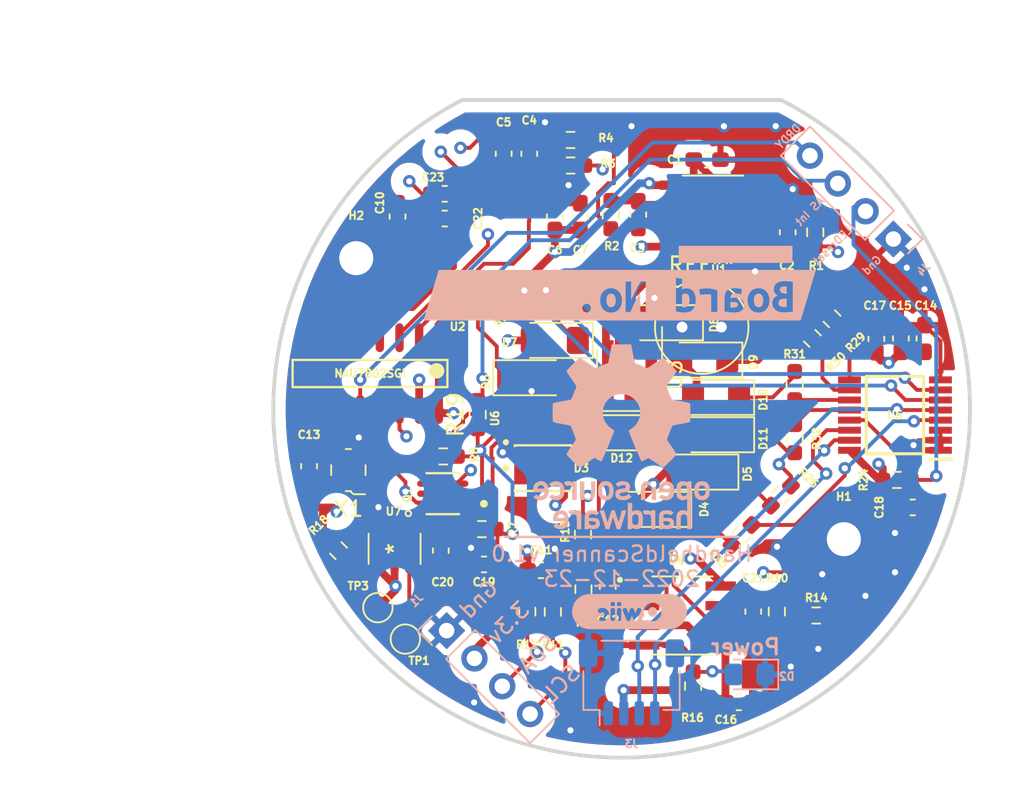
<source format=kicad_pcb>
(kicad_pcb (version 20221018) (generator pcbnew)
  (title_block (title "Scanner Module") (date "2022-12-24") (rev "1.0") (company "PlasticScanner") (comment 1 "By Markus Glavind") (comment 4 "AISLER Project ID: UECHMLGI"))
  (layers (0 "F.Cu" signal) (1 "In1.Cu" signal) (2 "In2.Cu" signal) (31 "B.Cu" signal) (34 "B.Paste" user) (35 "F.Paste" user) (36 "B.SilkS" user "B.Silkscreen") (37 "F.SilkS" user "F.Silkscreen") (38 "B.Mask" user) (39 "F.Mask" user) (44 "Edge.Cuts" user))
  (net 0 "")
  (net 1 "+3V3")
  (net 2 "/InGaS Sensor/Anode")
  (net 3 "Net-(C2-Pad2)")
  (net 4 "/InGaS Sensor/Cathode")
  (net 5 "Net-(C3-Pad2)")
  (net 6 "/ADC/AIN+")
  (net 7 "/ADC/AIN-")
  (net 8 "Net-(D4-Pad1)")
  (net 9 "Net-(D5-Pad1)")
  (net 10 "Net-(D6-Pad1)")
  (net 11 "Net-(D7-Pad1)")
  (net 12 "Net-(D8-Pad1)")
  (net 13 "Net-(D9-Pad1)")
  (net 14 "Net-(D10-Pad1)")
  (net 15 "Net-(D11-Pad1)")
  (net 16 "SDA")
  (net 17 "LED RESET")
  (net 18 "Net-(R25-Pad1)")
  (net 19 "Net-(R26-Pad1)")
  (net 20 "Net-(R27-Pad1)")
  (net 21 "Net-(R28-Pad1)")
  (net 22 "Net-(R29-Pad1)")
  (net 23 "Net-(R30-Pad1)")
  (net 24 "Net-(R31-Pad1)")
  (net 25 "Net-(R32-Pad1)")
  (net 26 "Net-(U2-VBG)")
  (net 27 "SCL")
  (net 28 "Net-(D12-A)")
  (net 29 "Net-(D12-K)")
  (net 30 "Net-(D2-A)")
  (net 31 "+1V8")
  (net 32 "Net-(D3-CATHODE)")
  (net 33 "/Power/LED RESET")
  (net 34 "/MCU + IO/AS7341_INT")
  (net 35 "Net-(C12-Pad2)")
  (net 36 "/ADC/DRDY_INT")
  (net 37 "Net-(C21-Pad2)")
  (net 38 "/ADC/AIN2+")
  (net 39 "/ADC/AIN2-")
  (net 40 "/MCU + IO/SCL_2v")
  (net 41 "/MCU + IO/SDA_2v")
  (net 42 "GND")
  (net 43 "Net-(X1-Tri-State)")
  (net 44 "Net-(U2-XIN)")
  (footprint "LED_SMD:LED_1206_3216Metric_Pad1.42x1.75mm_HandSolder" (layer "F.Cu") (at 92.075 101.727 180)
    (fp_text reference "D8")
    (fp_text value "1460nm")
  )
  (footprint "Capacitor_SMD:C_0603_1608Metric_Pad1.08x0.95mm_HandSolder" (layer "F.Cu") (at 86.614 94.869 -90)
    (fp_text reference "C7")
    (fp_text value "0.1uF")
  )
  (footprint "Capacitor_SMD:C_0603_1608Metric_Pad1.08x0.95mm_HandSolder" (layer "F.Cu") (at 69.088 110.998 90)
    (fp_text reference "C13")
    (fp_text value "0.1uF")
  )
  (footprint "Resistor_SMD:R_0603_1608Metric_Pad0.98x0.95mm_HandSolder" (layer "F.Cu") (at 102.87 101.473 135)
    (fp_text reference "R29")
    (fp_text value "150")
  )
  (footprint "Resistor_SMD:R_0603_1608Metric_Pad0.98x0.95mm_HandSolder" (layer "F.Cu") (at 101.784 95.885 -90)
    (fp_text reference "R1")
    (fp_text value "240k")
  )
  (footprint "Capacitor_SMD:C_0603_1608Metric_Pad1.08x0.95mm_HandSolder" (layer "F.Cu") (at 90.354 94.742 -90)
    (fp_text reference "C3")
    (fp_text value "51pF")
  )
  (footprint "Capacitor_SMD:C_0603_1608Metric_Pad1.08x0.95mm_HandSolder" (layer "F.Cu") (at 81.661 90.805 90)
    (fp_text reference "C5")
    (fp_text value "100pF")
  )
  (footprint "BSS138DW-7-F-A:Diodes_Inc._-_BSS138DW-7-F-A" (layer "F.Cu") (at 77.724 112.776 180)
    (fp_text reference "Q1")
    (fp_text value "BSS138DW-7-F" hide)
  )
  (footprint "Resistor_SMD:R_0603_1608Metric_Pad0.98x0.95mm_HandSolder" (layer "F.Cu") (at 93.896999 125.209997 90)
    (fp_text reference "R16")
    (fp_text value "150")
  )
  (footprint "Resistor_SMD:R_0603_1608Metric_Pad0.98x0.95mm_HandSolder" (layer "F.Cu") (at 85.979 89.916 180)
    (fp_text reference "R4")
    (fp_text value "301")
  )
  (footprint "Resistor_SMD:R_0603_1608Metric_Pad0.98x0.95mm_HandSolder" (layer "F.Cu") (at 86.781 115.419 90)
    (fp_text reference "R13")
    (fp_text value "301")
  )
  (footprint "Capacitor_SMD:C_0603_1608Metric_Pad1.08x0.95mm_HandSolder" (layer "F.Cu") (at 77.597 116.459 -90)
    (fp_text reference "C20")
    (fp_text value "0.1uF")
  )
  (footprint "TestPoint:TestPoint_Pad_D1.5mm" (layer "F.Cu") (at 75.311 122.174)
    (fp_text reference "TP1")
    (fp_text value "Test_1.8V")
  )
  (footprint "Resistor_SMD:R_0603_1608Metric_Pad0.98x0.95mm_HandSolder" (layer "F.Cu") (at 80.251 115.069 180)
    (fp_text reference "R7")
    (fp_text value "10k")
  )
  (footprint "MountingHole:MountingHole_2.2mm_M2_ISO7380_Pad" (layer "F.Cu") (at 72.136 97.556)
    (fp_text reference "H2")
    (fp_text value "MountingHole")
  )
  (footprint "Capacitor_SMD:C_0603_1608Metric_Pad1.08x0.95mm_HandSolder" (layer "F.Cu") (at 100.006 95.885 -90)
    (fp_text reference "C2")
    (fp_text value "51pF")
  )
  (footprint "Capacitor_SMD:C_0603_1608Metric_Pad1.08x0.95mm_HandSolder" (layer "F.Cu") (at 108.839 102.743 -90)
    (fp_text reference "C14")
    (fp_text value "10uF")
  )
  (footprint "Diode_SMD:D_1206_3216Metric_Pad1.42x1.75mm_HandSolder" (layer "F.Cu") (at 89.2785 108.839 180)
    (fp_text reference "D12")
    (fp_text value "0090-3111-185")
  )
  (footprint "LED_SMD:LED_1206_3216Metric_Pad1.42x1.75mm_HandSolder" (layer "F.Cu") (at 95.377 106.553 180)
    (fp_text reference "D10")
    (fp_text value "1650nm")
  )
  (footprint "LED_SMD:LED_1206_3216Metric_Pad1.42x1.75mm_HandSolder" (layer "F.Cu") (at 94.361 111.379 180)
    (fp_text reference "D5")
    (fp_text value "940nm")
  )
  (footprint "Capacitor_SMD:C_0603_1608Metric_Pad1.08x0.95mm_HandSolder" (layer "F.Cu") (at 96.847 126.259999 180)
    (fp_text reference "C16")
    (fp_text value "100nF")
  )
  (footprint "MTSM2601SMF1-100:MTSM2601SMF1-100" (layer "F.Cu") (at 89.789 105.1052 -90)
    (fp_text reference "U3")
    (fp_text value "~")
  )
  (footprint "LED_SMD:LED_1206_3216Metric_Pad1.42x1.75mm_HandSolder" (layer "F.Cu") (at 94.615 104.14 180)
    (fp_text reference "D9")
    (fp_text value "1550nm")
  )
  (footprint "Capacitor_SMD:C_0603_1608Metric_Pad1.08x0.95mm_HandSolder" (layer "F.Cu") (at 105.731 102.769 90)
    (fp_text reference "C17")
    (fp_text value "22uF")
  )
  (footprint "Nuvoton-NAU7802SGI:Nuvoton-NAU7802SGI" (layer "F.Cu") (at 73.025 105.0105 -90)
    (fp_text reference "U2")
    (fp_text value "NAU7802SGI")
  )
  (footprint "Resistor_SMD:R_0603_1608Metric_Pad0.98x0.95mm_HandSolder" (layer "F.Cu") (at 88.576 94.742 90)
    (fp_text reference "R2")
    (fp_text value "240k")
  )
  (footprint "OPA2376AID:SOIC127P599X175-8N" (layer "F.Cu") (at 93.206663 120.65)
    (fp_text reference "U4")
    (fp_text value "OPA2376xxD")
  )
  (footprint "LED_SMD:LED_1206_3216Metric_Pad1.42x1.75mm_HandSolder" (layer "F.Cu") (at 91.313 113.792 180)
    (fp_text reference "D4")
    (fp_text value "855nm ")
  )
  (footprint "Resistor_SMD:R_0603_1608Metric_Pad0.98x0.95mm_HandSolder" (layer "F.Cu") (at 83.185 120.396 90)
    (fp_text reference "R12")
    (fp_text value "10k")
  )
  (footprint "Capacitor_SMD:C_0603_1608Metric_Pad1.08x0.95mm_HandSolder" (layer "F.Cu") (at 84.064974 117.725423 180)
    (fp_text reference "C11")
    (fp_text value "100nF")
  )
  (footprint "Capacitor_SMD:C_0603_1608Metric_Pad1.08x0.95mm_HandSolder" (layer "F.Cu") (at 84.963 94.869 -90)
    (fp_text reference "C6")
    (fp_text value "1uF")
  )
  (footprint "Resistor_SMD:R_0603_1608Metric_Pad0.98x0.95mm_HandSolder" (layer "F.Cu") (at 86.111 100.889 180)
    (fp_text reference "R28")
    (fp_text value "240")
  )
  (footprint "Resistor_SMD:R_0603_1608Metric_Pad0.98x0.95mm_HandSolder" (layer "F.Cu") (at 101.842663 120.65)
    (fp_text reference "R14")
    (fp_text value "301")
  )
  (footprint "Resistor_SMD:R_0603_1608Metric_Pad0.98x0.95mm_HandSolder" (layer "F.Cu") (at 77.751 110.369 180)
    (fp_text reference "R8")
    (fp_text value "10k")
  )
  (footprint "Resistor_SMD:R_0603_1608Metric_Pad0.98x0.95mm_HandSolder" (layer "F.Cu") (at 99.568 112.903 -135)
    (fp_text reference "R26")
    (fp_text value "150")
  )
  (footprint "Capacitor_SMD:C_0603_1608Metric_Pad1.08x0.95mm_HandSolder" (layer "F.Cu") (at 74.803 94.869 -90)
    (fp_text reference "C10")
    (fp_text value "0.1uF")
  )
  (footprint "MountingHole:MountingHole_2.2mm_M2_ISO7380_Pad" (layer "F.Cu") (at 103.632 115.717)
    (fp_text reference "H1")
    (fp_text value "MountingHole")
  )
  (footprint "Oscillator:Oscillator_SMD_ECS_2520MV-xxx-xx-4Pin_2.5x2.0mm" (layer "F.Cu") (at 71.628 111.252 180)
    (fp_text reference "X1")
    (fp_text value "4.9152 MHz")
  )
  (footprint "Resistor_SMD:R_0603_1608Metric_Pad0.98x0.95mm_HandSolder" (layer "F.Cu") (at 70.993 116.459 135)
    (fp_text reference "R18")
    (fp_text value "1k")
  )
  (footprint "Capacitor_SMD:C_0603_1608Metric_Pad1.08x0.95mm_HandSolder" (layer "F.Cu") (at 107.315 102.743 -90)
    (fp_text reference "C15")
    (fp_text value "10uF")
  )
  (footprint "Package_TO_SOT_THT:TO-46-2_Window" (layer "F.Cu") (at 93.181 102.009)
    (fp_text reference "REF**")
    (fp_text value "TO-46-2_Window")
  )
  (footprint "Resistor_SMD:R_0603_1608Metric_Pad0.98x0.95mm_HandSolder" (layer "F.Cu") (at 100.457 105.791 90)
    (fp_text reference "R31")
    (fp_text value "40")
  )
  (footprint "AP7312-1833W6-7:AP7312-1833W6-7" (layer "F.Cu") (at 74.6125 116.3415 -90)
    (fp_text reference "U7")
    (fp_text value "AP7312-1833W6-7" hide)
  )
  (footprint "OPA2376AID:SOIC127P599X175-8N" (layer "F.Cu") (at 95.18 94.742 180)
    (fp_text reference "U1")
    (fp_text value "OPA2376xxD")
  )
  (footprint "Resistor_SMD:R_0603_1608Metric_Pad0.98x0.95mm_HandSolder" (layer "F.Cu") (at 84.836 120.4195 -90)
    (fp_text reference "R11")
    (fp_text value "10k")
  )
  (footprint "Diode_SMD:D_1206_3216Metric_Pad1.42x1.75mm_HandSolder" (layer "F.Cu") (at 89.281 106.299)
    (fp_text reference "D1")
    (fp_text value "0090-3111-185")
  )
  (footprint "Resistor_SMD:R_0603_1608Metric_Pad0.98x0.95mm_HandSolder" (layer "F.Cu") (at 79.981 107.669 90)
    (fp_text reference "R19")
    (fp_text value "10k")
  )
  (footprint "Everlight-EAHC2835WD6:Everlight-EAHC2835WD6-MFG" (layer "F.Cu") (at 84.201 111.125 180)
    (fp_text reference "D3")
    (fp_text value "EAHC2835WD6" hide)
  )
  (footprint "Capacitor_SMD:C_0603_1608Metric_Pad1.08x0.95mm_HandSolder" (layer "F.Cu") (at 77.851 94.996)
    (fp_text reference "C22")
    (fp_text value "47nF")
  )
  (footprint "Resistor_SMD:R_0603_1608Metric_Pad0.98x0.95mm_HandSolder" (layer "F.Cu") (at 80.645 100.33 -135)
    (fp_text reference "R27")
    (fp_text value "240")
  )
  (footprint "LED_SMD:LED_1206_3216Metric_Pad1.42x1.75mm_HandSolder" (layer "F.Cu") (at 95.377 108.966 180)
    (fp_text reference "D11")
    (fp_text value "1720nm")
  )
  (footprint "Capacitor_SMD:C_0603_1608Metric_Pad1.08x0.95mm_HandSolder" (layer "F.Cu") (at 77.851 93.3973 180)
    (fp_text reference "C23")
    (fp_text value "100pF")
  )
  (footprint "Resistor_SMD:R_0603_1608Metric_Pad0.98x0.95mm_HandSolder" (layer "F.Cu") (at 99.302663 120.396 -90)
    (fp_text reference "R10")
    (fp_text value "240k")
  )
  (footprint "Capacitor_SMD:C_0603_1608Metric_Pad1.08x0.95mm_HandSolder" (layer "F.Cu") (at 94.799 91.186 180)
    (fp_text reference "C1")
    (fp_text value "100nF")
  )
  (footprint "TLC59208FIPWR:SOP65P640X120-16N" (layer "F.Cu") (at 106.934 107.696 180)
    (fp_text reference "U5")
    (fp_text value "TLC59208FIPWR" hide)
  )
  (footprint "Capacitor_SMD:C_0603_1608Metric_Pad1.08x0.95mm_HandSolder" (layer "F.Cu") (at 108.077 113.665)
    (fp_text reference "C18")
    (fp_text value "100nF")
  )
  (footprint "Capacitor_SMD:C_0603_1608Metric_Pad1.08x0.95mm_HandSolder" (layer "F.Cu") (at 83.312 90.805 -90)
    (fp_text reference "C4")
    (fp_text value "47nF")
  )
  (footprint "LED_SMD:LED_1206_3216Metric_Pad1.42x1.75mm_HandSolder" (layer "F.Cu") (at 84.963 102.87 180)
    (fp_text reference "D7")
    (fp_text value "1300nm")
  )
  (footprint "Resistor_SMD:R_0603_1608Metric_Pad0.98x0.95mm_HandSolder" (layer "F.Cu") (at 101.6 102.743 135)
    (fp_text reference "R30")
    (fp_text value "150")
  )
  (footprint "TestPoint:TestPoint_Pad_D1.5mm" (layer "F.Cu") (at 73.533 120.142)
    (fp_text reference "TP3")
    (fp_text value "Test_3.3V")
  )
  (footprint "AS7341-DLGT:PSON80P310X200X110-8N" (layer "F.Cu") (at 83.001 107.909 90)
    (fp_text reference "U6")
    (fp_text value "AS7341-DLGT")
  )
  (footprint "Capacitor_SMD:C_0603_1608Metric_Pad1.08x0.95mm_HandSolder" (layer "F.Cu") (at 97.778663 120.396 90)
    (fp_text reference "C21")
    (fp_text value "51pF")
  )
  (footprint "Resistor_SMD:R_0603_1608Metric_Pad0.98x0.95mm_HandSolder" (layer "F.Cu") (at 85.979 91.567 180)
    (fp_text reference "R3")
    (fp_text value "301")
  )
  (footprint "Resistor_SMD:R_0603_1608Metric_Pad0.98x0.95mm_HandSolder" (layer "F.Cu") (at 107.061 111.887 180)
    (fp_text reference "R24")
    (fp_text value "1k")
  )
  (footprint "Capacitor_SMD:C_0603_1608Metric_Pad1.08x0.95mm_HandSolder" (layer "F.Cu") (at 88.381 118.789 90)
    (fp_text reference "C12")
    (fp_text value "51pF")
  )
  (footprint "Resistor_SMD:R_0603_1608Metric_Pad0.98x0.95mm_HandSolder" (layer "F.Cu") (at 97.028 115.443 -135)
    (fp_text reference "R25")
    (fp_text value "56")
  )
  (footprint "Capacitor_SMD:C_0603_1608Metric_Pad1.08x0.95mm_HandSolder" (layer "F.Cu") (at 80.391 117.348)
    (fp_text reference "C19")
    (fp_text value "10uF")
  )
  (footprint "LED_SMD:LED_1206_3216Metric_Pad1.42x1.75mm_HandSolder" (layer "F.Cu") (at 83.439 105.283)
    (fp_text reference "D6")
    (fp_text value "1050nm")
  )
  (footprint "Resistor_SMD:R_0603_1608Metric_Pad0.98x0.95mm_HandSolder" (layer "F.Cu") (at 86.811 118.949 90)
    (fp_text reference "R9")
    (fp_text value "240k")
  )
  (footprint "Resistor_SMD:R_0603_1608Metric_Pad0.98x0.95mm_HandSolder" (layer "F.Cu") (at 100.457 109.22 -90)
    (fp_text reference "R32")
    (fp_text value "130")
  )
  (footprint "Connector_PinSocket_2.54mm:PinSocket_1x04_P2.54mm_Vertical" (layer "B.Cu") (at 106.831 96.319 45)
    (fp_text reference "J4")
    (fp_text value "Interface")
  )
  (footprint "PlasticScannerLibrary:kibuzzard-6346913B" (layer "B.Cu") (at 89.154 99.949 180)
    (fp_text reference "kibuzzard-6346913B" hide)
    (fp_text value "G***" hide)
  )
  (footprint "kibuzzard-6398DD41" (layer "B.Cu") (at 89.789 120.396 180)
    (fp_text reference "kibuzzard-6398DD41" hide)
    (fp_text value "G***" hide)
  )
  (footprint "Connector_PinSocket_2.54mm:PinSocket_1x04_P2.54mm_Vertical" (layer "B.Cu") (at 77.975672 121.628317 -135)
    (fp_text reference "J1")
    (fp_text value "I2C ThroughHole")
  )
  (footprint "Connector_JST:JST_SH_SM04B-SRSS-TB_1x04-1MP_P1.00mm_Horizontal" (layer "B.Cu") (at 89.916 124.968)
    (fp_text reference "J3")
    (fp_text value "I2C")
  )
  (footprint "LED_SMD:LED_0805_2012Metric_Pad1.15x1.40mm_HandSolder" (layer "B.Cu") (at 97.536 124.46 180)
    (fp_text reference "D2")
    (fp_text value "POWER LED")
  )
  (footprint "PlasticScannerLibrary:PlasticScannerLogo" (layer "B.Cu") (at 96.647 94.996 180)
    (fp_text reference "LOGO2" hide)
    (fp_text value "PlasticScannerLogo" hide)
  )
  (footprint "Symbol:OSHW-Logo_11.4x12mm_SilkScreen" (layer "B.Cu") (at 89.281 109.093 180)
    (fp_text reference "LOGO1" hide)
    (fp_text value "OSHW-Logo_11.4x12mm_SilkScreen" hide)
  )
  (gr_line (start 96.8375 115.57) (end 81.7245 115.57) (stroke (width 0.15)) (layer "B.SilkS"))
  (gr_line (start 78.973236 87.335) (end 99.588764 87.335) (stroke (width 0.25)) (layer "Edge.Cuts"))
  (gr_arc (start 99.588764 87.335) (mid 89.281 129.835) (end 78.973236 87.335) (stroke (width 0.25)) (layer "Edge.Cuts"))
  (gr_text "HandheldScanner v1.0\n2022-12-23" (at 89.281 117.475) (layer "B.SilkS") (effects (font (size 1 1)) (justify mirror)))
  (gr_text "LEDreset\n" (at 101.727 97.917 45) (layer "B.SilkS") (effects (font (size 0.5 0.5) (thickness 0.1)) (justify right mirror)))
  (gr_text "SDA" (at 82.804 124.206 45) (layer "B.SilkS") (effects (font (size 1 1)) (justify right mirror)))
  (gr_text "Gnd" (at 104.902 98.552 45) (layer "B.SilkS") (effects (font (size 0.5 0.5) (thickness 0.1)) (justify right mirror)))
  (gr_text "SCL" (at 84.328 126.111 45) (layer "B.SilkS") (effects (font (size 1 1)) (justify right mirror)))
  (gr_text "AS Int" (at 100.584 95.377 45) (layer "B.SilkS") (effects (font (size 0.5 0.5) (thickness 0.1)) (justify right mirror)))
  (gr_text "Power" (at 97.282 122.682) (layer "B.SilkS") (effects (font (size 1 1) (thickness 0.2)) (justify mirror)))
  (gr_text "Gnd" (at 78.994 120.65 45) (layer "B.SilkS") (effects (font (size 1 1)) (justify right mirror)))
  (gr_text "DRDY" (at 99.314 90.424 45) (layer "B.SilkS") (effects (font (size 0.5 0.5) (thickness 0.1)) (justify right mirror)))
  (gr_text "3.3v" (at 80.772 122.301 45) (layer "B.SilkS") (effects (font (size 1 1)) (justify right mirror)))
  (segment (start 76.2 107.326567) (end 76.2 105.41) (width 0.5) (layer "F.Cu") (net 1))
  (segment (start 91.059 92.71) (end 91.186 92.837) (width 0.5) (layer "F.Cu") (net 1))
  (segment (start 107.1615 103.759) (end 106.6015 104.319) (width 0.5) (layer "F.Cu") (net 1))
  (segment (start 92.8735 104.267) (end 90.5875 101.981) (width 0.5) (layer "F.Cu") (net 1))
  (segment (start 83.185 116.459) (end 83.185 116.893) (width 0.5) (layer "F.Cu") (net 1))
  (segment (start 73.662499 115.1415) (end 73.662499 117.5415) (width 0.5) (layer "F.Cu") (net 1))
  (segment (start 69.4045 112.177) (end 70.903 112.177) (width 0.5) (layer "F.Cu") (net 1))
  (segment (start 69.981 115.447) (end 69.981 114.035765) (width 0.5) (layer "F.Cu") (net 1))
  (segment (start 74.6125 117.341875) (end 74.6125 117.5415) (width 0.5) (layer "F.Cu") (net 1))
  (segment (start 93.499808 121.285) (end 90.736663 121.285) (width 0.5) (layer "F.Cu") (net 1))
  (segment (start 106.1485 111.1265) (end 105.871 110.849) (width 0.5) (layer "F.Cu") (net 1))
  (segment (start 75.562501 116.391874) (end 74.6125 117.341875) (width 0.5) (layer "F.Cu") (net 1))
  (segment (start 95.676663 118.745) (end 95.676663 118.536663) (width 0.5) (layer "F.Cu") (net 1))
  (segment (start 91.33125 112.15925) (end 91.33125 112.28625) (width 0.5) (layer "F.Cu") (net 1))
  (segment (start 79.771723 122.902225) (end 79.771723 123.424368) (width 0.5) (layer "F.Cu") (net 1))
  (segment (start 73.662499 117.731499) (end 74.676 118.745) (width 0.5) (layer "F.Cu") (net 1))
  (segment (start 94.107 116.967) (end 93.726 116.967) (width 0.5) (layer "F.Cu") (net 1))
  (segment (start 70.347765 113.669) (end 70.611 113.669) (width 0.5) (layer "F.Cu") (net 1))
  (segment (start 69.691 113.669) (end 70.347765 113.669) (width 0.5) (layer "F.Cu") (net 1))
  (segment (start 74.676 118.999) (end 73.533 120.142) (width 0.5) (layer "F.Cu") (net 1))
  (segment (start 92.71 92.837) (end 93.9365 92.837) (width 0.5) (layer "F.Cu") (net 1))
  (segment (start 95.9845 126.259999) (end 95.9845 122.862837) (width 0.5) (layer "F.Cu") (net 1))
  (segment (start 77.47 107.326567) (end 77.47 102.694433) (width 0.5) (layer "F.Cu") (net 1))
  (segment (start 106.3895 104.1775) (end 106.531 104.319) (width 0.5) (layer "F.Cu") (net 1))
  (segment (start 84.963 119.507) (end 83.166948 119.507) (width 0.5) (layer "F.Cu") (net 1))
  (segment (start 83.185 116.893) (end 83.202474 116.910474) (width 0.5) (layer "F.Cu") (net 1))
  (segment (start 74.6125 118.6815) (end 74.676 118.745) (width 0.5) (layer "F.Cu") (net 1))
  (segment (start 91.33125 112.28625) (end 89.8255 113.792) (width 0.5) (layer "F.Cu") (net 1))
  (segment (start 83.4755 103.832) (end 84.9265 105.283) (width 0.5) (layer "F.Cu") (net 1))
  (segment (start 94.769808 122.555) (end 93.499808 121.285) (width 0.5) (layer "F.Cu") (net 1))
  (segment (start 84.963 95.7315) (end 86.614 95.7315) (width 0.5) (layer "F.Cu") (net 1))
  (segment (start 95.676663 118.536663) (end 94.107 116.967) (width 0.5) (layer "F.Cu") (net 1))
  (segment (start 97.65 94.107) (end 96.8575 94.107) (width 0.5) (layer "F.Cu") (net 1))
  (segment (start 106.1485 111.887) (end 106.1485 111.1265) (width 0.5) (layer "F.Cu") (net 1))
  (segment (start 106.019557 104.1775) (end 106.3895 104.1775) (width 0.5) (layer "F.Cu") (net 1))
  (segment (start 92.5455 96.8115) (end 90.574204 96.8115) (width 0.5) (layer "F.Cu") (net 1))
  (segment (start 70.347765 115.813765) (end 69.981 115.447) (width 0.5) (layer "F.Cu") (net 1))
  (segment (start 77.47 101.854) (end 80.67097 98.65303) (width 0.5) (layer "F.Cu") (net 1))
  (segment (start 83.185 116.893) (end 83.185 117.707949) (width 0.5) (layer "F.Cu") (net 1))
  (segment (start 90.5875 101.981) (end 90.5875 100.937803) (width 0.5) (layer "F.Cu") (net 1))
  (segment (start 93.1275 104.267) (end 94.1181 105.2576) (width 0.5) (layer "F.Cu") (net 1))
  (segment (start 84.963 97.155) (end 84.963 95.7315) (width 0.5) (layer "F.Cu") (net 1))
  (segment (start 80.67097 98.65303) (end 83.46497 98.65303) (width 0.5) (layer "F.Cu") (net 1))
  (segment (start 83.46497 98.65303) (end 84.963 97.155) (width 0.5) (layer "F.Cu") (net 1))
  (segment (start 77.717625 107.574192) (end 78.411285 107.574192) (width 0.5) (layer "F.Cu") (net 1))
  (segment (start 96.8575 94.107) (end 93.9365 91.186) (width 0.5) (layer "F.Cu") (net 1))
  (segment (start 105.912 111.887) (end 104.020511 109.995511) (width 0.5) (layer "F.Cu") (net 1))
  (segment (start 81.942 102.87) (end 81.941 102.869) (width 0.5) (layer "F.Cu") (net 1))
  (segment (start 85.561 111.125) (end 85.561 112.949) (width 0.5) (layer "F.Cu") (net 1))
  (segment (start 92.8735 111.379) (end 92.1115 111.379) (width 0.5) (layer "F.Cu") (net 1))
  (segment (start 92.71 96.647) (end 92.5455 96.8115) (width 0.5) (layer "F.Cu") (net 1))
  (segment (start 83.4755 102.997) (end 83.4755 103.832) (width 0.5) (layer "F.Cu") (net 1))
  (segment (start 95.9845 122.862837) (end 95.676663 122.555) (width 0.5) (layer "F.Cu") (net 1))
  (segment (start 70.611 113.669) (end 70.871 113.929) (width 0.5) (layer "F.Cu") (net 1))
  (segment (start 77.47 107.326567) (end 77.717625 107.574192) (width 0.5) (layer "F.Cu") (net 1))
  (segment (start 90.5875 100.937803) (end 91.402051 100.123252) (width 0.5) (layer "F.Cu") (net 1))
  (segment (start 77.47 102.694433) (end 77.47 101.854) (width 0.5) (layer "F.Cu") (net 1))
  (segment (start 93.896999 126.122497) (end 95.846998 126.122497) (width 0.5) (layer "F.Cu") (net 1))
  (segment (start 83.4755 102.87) (end 81.942 102.87) (width 0.5) (layer "F.Cu") (net 1))
  (segment (start 69.088 113.066) (end 69.691 113.669) (width 0.5) (layer "F.Cu") (net 1))
  (segment (start 69.088 111.8605) (end 69.4045 112.177) (width 0.5) (layer "F.Cu") (net 1))
  (segment (start 106.1485 111.887) (end 106.1485 112.599) (width 0.5) (layer "F.Cu") (net 1))
  (segment (start 83.166948 119.507) (end 79.771723 122.902225) (width 0.5) (layer "F.Cu") (net 1))
  (segment (start 105.791 103.948943) (end 106.019557 104.1775) (width 0.5) (layer "F.Cu") (net 1))
  (segment (start 93.8895 108.839) (end 93.8895 110.363) (width 0.5) (layer "F.Cu") (net 1))
  (segment (start 95.676663 122.555) (end 94.769808 122.555) (width 0.5) (layer "F.Cu") (net 1))
  (segment (start 106.1485 112.599) (end 107.2145 113.665) (width 0.5) (layer "F.Cu") (net 1))
  (segment (start 91.186 92.837) (end 92.71 92.837) (width 0.5) (layer "F.Cu") (net 1))
  (segment (start 95.846998 126.122497) (end 95.9845 126.259999) (width 0.5) (layer "F.Cu") (net 1))
  (segment (start 73.662499 117.5415) (end 73.662499 117.731499) (width 0.5) (layer "F.Cu") (net 1))
  (segment (start 89.408 125.476) (end 93.250502 125.476) (width 0.5) (layer "F.Cu") (net 1))
  (segment (start 93.9365 92.837) (end 93.9365 91.186) (width 0.5) (layer "F.Cu") (net 1))
  (segment (start 92.1115 111.379) (end 91.33125 112.15925) (width 0.5) (layer "F.Cu") (net 1))
  (segment (start 83.202474 116.910474) (end 83.202474 117.725423) (width 0.5) (layer "F.Cu") (net 1))
  (segment (start 74.676 118.745) (end 74.676 118.999) (width 0.5) (layer "F.Cu") (net 1))
  (segment (start 93.250502 125.476) (end 93.896999 126.122497) (width 0.5) (layer "F.Cu") (net 1))
  (segment (start 74.6125 117.5415) (end 74.6125 118.6815) (width 0.5) (layer "F.Cu") (net 1))
  (segment (start 94.1181 105.2576) (end 94.1181 109.22) (width 0.5) (layer "F.Cu") (net 1))
  (segment (start 75.562501 115.1415) (end 75.562501 116.391874) (width 0.5) (layer "F.Cu") (net 1))
  (segment (start 69.981 114.035765) (end 70.347765 113.669) (width 0.5) (layer "F.Cu") (net 1))
  (segment (start 108.839 103.6055) (end 107.315 103.6055) (width 0.5) (layer "F.Cu") (net 1))
  (segment (start 106.6015 104.319) (end 106.531 104.319) (width 0.5) (layer "F.Cu") (net 1))
  (segment (start 93.8895 110.363) (end 92.8735 111.379) (width 0.5) (layer "F.Cu") (net 1))
  (segment (start 69.088 111.8605) (end 69.088 113.066) (width 0.5) (layer "F.Cu") (net 1))
  (segment (start 85.561 112.949) (end 85.001 113.509) (width 0.5) (layer "F.Cu") (net 1))
  (via (at 90.574204 96.8115) (size 0.8) (drill 0.4) (layers "F.Cu" "B.Cu") (net 1))
  (via (at 78.411285 107.574192) (size 0.8) (drill 0.4) (layers "F.Cu" "B.Cu") (net 1))
  (via (at 81.941 102.869) (size 0.8) (drill 0.4) (layers "F.Cu" "B.Cu") (net 1))
  (via (at 89.408 125.476) (size 0.8) (drill 0.4) (layers "F.Cu" "B.Cu") (net 1))
  (via (at 76.2 105.41) (size 0.8) (drill 0.4) (layers "F.Cu" "B.Cu") (net 1))
  (via (at 106.531 104.319) (size 0.8) (drill 0.4) (layers "F.Cu" "B.Cu") (net 1))
  (via (at 74.676 118.745) (size 0.8) (drill 0.4) (layers "F.Cu" "B.Cu") (net 1))
  (via (at 93.726 116.967) (size 0.8) (drill 0.4) (layers "F.Cu" "B.Cu") (net 1))
  (via (at 70.871 113.929) (size 0.8) (drill 0.4) (layers "F.Cu" "B.Cu") (net 1))
  (via (at 84.963 97.155) (size 0.8) (drill 0.4) (layers "F.Cu" "B.Cu") (net 1))
  (via (at 85.001 113.509) (size 0.8) (drill 0.4) (layers "F.Cu" "B.Cu") (net 1))
  (via (at 105.871 110.849) (size 0.8) (drill 0.4) (layers "F.Cu" "B.Cu") (net 1))
  (via (at 91.059 92.71) (size 0.8) (drill 0.4) (layers "F.Cu" "B.Cu") (net 1))
  (via (at 91.402051 100.123252) (size 0.8) (drill 0.4) (layers "F.Cu" "B.Cu") (net 1))
  (via (at 91.33125 112.15925) (size 0.8) (drill 0.4) (layers "F.Cu" "B.Cu") (net 1))
  (via (at 83.185 116.459) (size 0.8) (drill 0.4) (layers "F.Cu" "B.Cu") (net 1))
  (segment (start 89.408 126.96) (end 89.416 126.968) (width 0.5) (layer "B.Cu") (net 1))
  (segment (start 89.408 125.476) (end 89.408 126.96) (width 0.5) (layer "B.Cu") (net 1))
  (segment (start 84.963 97.155) (end 85.979 97.155) (width 0.5) (layer "B.Cu") (net 1))
  (segment (start 85.979 97.155) (end 90.424 92.71) (width 0.5) (layer "B.Cu") (net 1))
  (segment (start 90.424 92.71) (end 91.059 92.71) (width 0.5) (layer "B.Cu") (net 1))
  (segment (start 97.65 95.377) (end 99.6515 95.377) (width 0.5) (layer "F.Cu") (net 2))
  (segment (start 90.788971 99.126511) (end 94.725971 99.126511) (width 0.5) (layer "F.Cu") (net 2))
  (segment (start 89.093511 100.821971) (end 90.788971 99.126511) (width 0.5) (layer "F.Cu") (net 2))
  (segment (start 100.006 95.0225) (end 101.734 95.0225) (width 0.5) (layer "F.Cu") (net 2))
  (segment (start 96.012 95.885) (end 96.52 95.377) (width 0.5) (layer "F.Cu") (net 2))
  (segment (start 96.52 95.377) (end 97.200663 95.377) (width 0.5) (layer "F.Cu") (net 2))
  (segment (start 96.012 97.840482) (end 96.012 95.885) (width 0.5) (layer "F.Cu") (net 2))
  (segment (start 90.7685 106.4768) (end 89.093511 104.801811) (width 0.5) (layer "F.Cu") (net 2))
  (segment (start 99.6515 95.377) (end 100.006 95.0225) (width 0.5) (layer "F.Cu") (net 2))
  (segment (start 89.093511 104.801811) (end 89.093511 100.821971) (width 0.5) (layer "F.Cu") (net 2))
  (segment (start 94.725971 99.126511) (end 96.012 97.840482) (width 0.5) (layer "F.Cu") (net 2))
  (segment (start 86.8915 91.567) (end 87.798799 91.567) (width 0.25) (layer "F.Cu") (net 3))
  (segment (start 102.8935 96.7975) (end 103.251 97.155) (width 0.25) (layer "F.Cu") (net 3))
  (segment (start 100.006 96.7475) (end 101.734 96.7475) (width 0.25) (layer "F.Cu") (net 3))
  (segment (start 97.65 96.647) (end 99.9055 96.647) (width 0.25) (layer "F.Cu") (net 3))
  (segment (start 87.798799 91.567) (end 88.0485 91.816701) (width 0.25) (layer "F.Cu") (net 3))
  (segment (start 101.784 96.7975) (end 102.8935 96.7975) (width 0.25) (layer "F.Cu") (net 3))
  (via (at 88.0485 91.816701) (size 0.8) (drill 0.4) (layers "F.Cu" "B.Cu") (net 3))
  (via (at 103.251 97.155) (size 0.8) (drill 0.4) (layers "F.Cu" "B.Cu") (net 3))
  (segment (start 94.009 94.107) (end 93.159337 94.107) (width 0.5) (layer "F.Cu") (net 4))
  (segment (start 94.234 98.298) (end 94.234 94.332) (width 0.5) (layer "F.Cu") (net 4))
  (segment (start 88.576 93.8295) (end 90.304 93.8295) (width 0.5) (layer "F.Cu") (net 4))
  (segment (start 92.71 94.107) (end 90.5815 94.107) (width 0.5) (layer "F.Cu") (net 4))
  (segment (start 90.424 98.298) (end 94.234 98.298) (width 0.5) (layer "F.Cu") (net 4))
  (segment (start 88.12052 106.14978) (end 88.265 106.0053) (width 0.5) (layer "F.Cu") (net 4))
  (segment (start 94.234 94.332) (end 94.009 94.107) (width 0.5) (layer "F.Cu") (net 4))
  (segment (start 88.265 106.0053) (end 88.265 100.457) (width 0.5) (layer "F.Cu") (net 4))
  (segment (start 88.265 100.457) (end 90.424 98.298) (width 0.5) (layer "F.Cu") (net 4))
  (segment (start 87.757 93.366184) (end 88.413184 92.71) (width 0.25) (layer "F.Cu") (net 5))
  (segment (start 87.757 94.8355) (end 87.757 93.366184) (width 0.25) (layer "F.Cu") (net 5))
  (segment (start 88.773 90.424) (end 88.265 89.916) (width 0.25) (layer "F.Cu") (net 5))
  (segment (start 88.773 92.71) (end 88.773 90.424) (width 0.25) (layer "F.Cu") (net 5))
  (segment (start 88.413184 92.71) (end 88.773 92.71) (width 0.25) (layer "F.Cu") (net 5))
  (segment (start 88.576 95.6545) (end 90.304 95.6545) (width 0.25) (layer "F.Cu") (net 5))
  (segment (start 92.71 95.377) (end 90.5815 95.377) (width 0.25) (layer "F.Cu") (net 5))
  (segment (start 88.265 89.916) (end 86.8915 89.916) (width 0.25) (layer "F.Cu") (net 5))
  (segment (start 88.576 95.6545) (end 87.757 94.8355) (width 0.25) (layer "F.Cu") (net 5))
  (segment (start 81.661 89.9425) (end 83.312 89.9425) (width 0.25) (layer "F.Cu") (net 6))
  (segment (start 80.645 96.740917) (end 80.645 96.012) (width 0.25) (layer "F.Cu") (net 6))
  (segment (start 78.867 90.424) (end 79.4785 90.424) (width 0.25) (layer "F.Cu") (net 6))
  (segment (start 80.01 89.8925) (end 81.611 89.8925) (width 0.25) (layer "F.Cu") (net 6))
  (segment (start 74.93 102.455917) (end 80.645 96.740917) (width 0.25) (layer "F.Cu") (net 6))
  (segment (start 83.312 89.9425) (end 85.04 89.9425) (width 0.25) (layer "F.Cu") (net 6))
  (segment (start 79.4785 90.424) (end 80.01 89.8925) (width 0.25) (layer "F.Cu") (net 6))
  (via (at 80.645 96.012) (size 0.8) (drill 0.4) (layers "F.Cu" "B.Cu") (net 6))
  (via (at 78.867 90.424) (size 0.8) (drill 0.4) (layers "F.Cu" "B.Cu") (net 6))
  (segment (start 80.391704 97.917) (end 82.2695 97.917) (width 0.25) (layer "F.Cu") (net 7))
  (segment (start 76.2 102.108704) (end 80.391704 97.917) (width 0.25) (layer "F.Cu") (net 7))
  (segment (start 83.312 91.6675) (end 83.312 95.1465) (width 0.25) (layer "F.Cu") (net 7))
  (segment (start 83.312 95.1465) (end 83.2855 95.173) (width 0.25) (layer "F.Cu") (net 7))
  (segment (start 81.661 91.6675) (end 83.312 91.6675) (width 0.25) (layer "F.Cu") (net 7))
  (segment (start 82.2695 97.917) (end 83.2855 96.901) (width 0.25) (layer "F.Cu") (net 7))
  (segment (start 85.0665 91.567) (end 83.4125 91.567) (width 0.25) (layer "F.Cu") (net 7))
  (segment (start 83.2855 96.901) (end 83.2855 95.173) (width 0.25) (layer "F.Cu") (net 7))
  (segment (start 92.8005 113.665) (end 93.95953 113.665) (width 0.25) (layer "F.Cu") (net 8))
  (segment (start 93.95953 113.665) (end 96.382765 116.088235) (width 0.25) (layer "F.Cu") (net 8))
  (segment (start 98.922765 113.548235) (end 96.75353 111.379) (width 0.25) (layer "F.Cu") (net 9))
  (segment (start 96.75353 111.379) (end 95.8485 111.379) (width 0.25) (layer "F.Cu") (net 9))
  (segment (start 81.216489 103.256971) (end 79.999765 102.040247) (width 0.25) (layer "F.Cu") (net 10))
  (segment (start 79.999765 102.040247) (end 79.999765 100.975235) (width 0.25) (layer "F.Cu") (net 10))
  (segment (start 81.216489 104.547989) (end 81.216489 103.256971) (width 0.25) (layer "F.Cu") (net 10))
  (segment (start 81.9515 105.283) (end 81.216489 104.547989) (width 0.25) (layer "F.Cu") (net 10))
  (segment (start 85.1985 101.745) (end 85.1985 100.889) (width 0.25) (layer "F.Cu") (net 11))
  (segment (start 86.4505 102.997) (end 85.1985 101.745) (width 0.25) (layer "F.Cu") (net 11))
  (segment (start 95.9665 101.981) (end 93.5625 101.981) (width 0.25) (layer "F.Cu") (net 12))
  (segment (start 101.346 99.949) (end 97.9985 99.949) (width 0.25) (layer "F.Cu") (net 12))
  (segment (start 97.9985 99.949) (end 95.9665 101.981) (width 0.25) (layer "F.Cu") (net 12))
  (segment (start 102.224765 100.827765) (end 101.346 99.949) (width 0.25) (layer "F.Cu") (net 12))
  (segment (start 100.954765 102.097765) (end 100.275735 102.097765) (width 0.25) (layer "F.Cu") (net 13))
  (segment (start 96.1025 104.267) (end 98.1065 104.267) (width 0.25) (layer "F.Cu") (net 13))
  (segment (start 100.275735 102.097765) (end 98.1065 104.267) (width 0.25) (layer "F.Cu") (net 13))
  (segment (start 100.457 105.1325) (end 99.0365 106.553) (width 0.25) (layer "F.Cu") (net 14))
  (segment (start 96.8645 106.553) (end 99.0365 106.553) (width 0.25) (layer "F.Cu") (net 14))
  (segment (start 100.076 110.1325) (end 98.7825 108.839) (width 0.25) (layer "F.Cu") (net 15))
  (segment (start 100.457 110.1325) (end 100.076 110.1325) (width 0.25) (layer "F.Cu") (net 15))
  (segment (start 96.8645 108.839) (end 98.7825 108.839) (width 0.25) (layer "F.Cu") (net 15))
  (segment (start 78.624919 112.126) (end 79.498919 111.252) (width 0.25) (layer "F.Cu") (net 16))
  (segment (start 74.93 108.618) (end 75.381 109.069) (width 0.25) (layer "F.Cu") (net 16))
  (segment (start 74.93 107.326567) (end 74.93 108.618) (width 0.25) (layer "F.Cu") (net 16))
  (segment (start 83.185 121.3085) (end 83.185 122.369625) (width 0.25) (layer "F.Cu") (net 16))
  (segment (start 103.023 109.321) (end 102.362 109.982) (width 0.25) (layer "F.Cu") (net 16))
  (segment (start 79.498919 111.252) (end 79.536989 111.252) (width 0.25) (layer "F.Cu") (net 16))
  (segment (start 83.185 122.369625) (end 83.819942 123.004567) (width 0.25) (layer "F.Cu") (net 16))
  (segment (start 83.783626 123.004567) (end 83.819942 123.004567) (width 0.25) (layer "F.Cu") (net 16))
  (segment (start 103.996 109.321) (end 103.023 109.321) (width 0.25) (layer "F.Cu") (net 16))
  (segment (start 81.567774 125.220419) (end 83.783626 123.004567) (width 0.25) (layer "F.Cu") (net 16))
  (via (at 75.381 109.069) (size 0.8) (drill 0.4) (layers "F.Cu" "B.Cu") (net 16))
  (via (at 102.362 109.982) (size 0.8) (drill 0.4) (layers "F.Cu" "B.Cu") (net 16))
  (via (at 90.321 123.919) (size 0.8) (drill 0.4) (layers "F.Cu" "B.Cu") (net 16))
  (via (at 83.819942 123.004567) (size 0.8) (drill 0.4) (layers "F.Cu" "B.Cu") (net 16))
  (via (at 79.536989 111.252) (size 0.8) (drill 0.4) (layers "F.Cu" "B.Cu") (net 16))
  (segment (start 90.416 124.014) (end 90.321 123.919) (width 0.25) (layer "B.Cu") (net 16))
  (segment (start 102.362 109.982) (end 90.321 122.023) (width 0.25) (layer "B.Cu") (net 16))
  (segment (start 90.416 126.968) (end 90.416 124.014) (width 0.25) (layer "B.Cu") (net 16))
  (segment (start 90.321 122.023) (end 90.321 123.919) (width 0.25) (layer "B.Cu") (net 16))
  (segment (start 103.996 108.021) (end 104.9835 108.021) (width 0.25) (layer "F.Cu") (net 17))
  (segment (start 104.9835 108.021) (end 107.9735 111.011) (width 0.25) (layer "F.Cu") (net 17))
  (segment (start 107.9735 111.887) (end 109.347 111.887) (width 0.25) (layer "F.Cu") (net 17))
  (segment (start 107.9735 111.011) (end 107.9735 111.887) (width 0.25) (layer "F.Cu") (net 17))
  (segment (start 109.347 111.887) (end 109.601 111.633) (width 0.25) (layer "F.Cu") (net 17))
  (via (at 109.601 111.633) (size 0.8) (drill 0.4) (layers "F.Cu" "B.Cu") (net 17))
  (segment (start 109.601 111.633) (end 109.601 102.031439) (width 0.25) (layer "B.Cu") (net 17))
  (segment (start 104.251278 96.681717) (end 104.251278 94.253633) (width 0.25) (layer "B.Cu") (net 17))
  (segment (start 109.601 102.031439) (end 104.251278 96.681717) (width 0.25) (layer "B.Cu") (net 17))
  (segment (start 100.502235 114.797765) (end 103.692257 111.607743) (width 0.25) (layer "F.Cu") (net 18))
  (segment (start 108.231833 108.021) (end 108.157333 108.0955) (width 0.25) (layer "F.Cu") (net 18))
  (segment (start 97.779765 114.797765) (end 100.502235 114.797765) (width 0.25) (layer "F.Cu") (net 18))
  (segment (start 103.692257 111.607743) (end 103.692257 111.133368) (width 0.25) (layer "F.Cu") (net 18))
  (segment (start 109.872 108.021) (end 108.231833 108.021) (width 0.25) (layer "F.Cu") (net 18))
  (via (at 103.692257 111.133368) (size 0.8) (drill 0.4) (layers "F.Cu" "B.Cu") (net 18))
  (via (at 108.157333 108.0955) (size 0.8) (drill 0.4) (layers "F.Cu" "B.Cu") (net 18))
  (segment (start 108.157333 108.0955) (end 106.8545 108.0955) (width 0.25) (layer "B.Cu") (net 18))
  (segment (start 103.816632 111.133368) (end 103.692257 111.133368) (width 0.25) (layer "B.Cu") (net 18))
  (segment (start 106.8545 108.0955) (end 103.816632 111.133368) (width 0.25) (layer "B.Cu") (net 18))
  (segment (start 107.117 107.371) (end 107.061 107.315) (width 0.25) (layer "F.Cu") (net 19))
  (segment (start 100.213235 112.257765) (end 100.213235 111.643235) (width 0.25) (layer "F.Cu") (net 19))
  (segment (start 100.213235 111.643235) (end 99.441 110.871) (width 0.25) (layer "F.Cu") (net 19))
  (segment (start 109.872 107.371) (end 107.117 107.371) (width 0.25) (layer "F.Cu") (net 19))
  (via (at 107.061 107.315) (size 0.8) (drill 0.4) (layers "F.Cu" "B.Cu") (net 19))
  (via (at 99.441 110.871) (size 0.8) (drill 0.4) (layers "F.Cu" "B.Cu") (net 19))
  (segment (start 102.87 107.315) (end 99.441 110.744) (width 0.25) (layer "B.Cu") (net 19))
  (segment (start 107.061 107.315) (end 102.87 107.315) (width 0.25) (layer "B.Cu") (net 19))
  (segment (start 99.441 110.744) (end 99.441 110.871) (width 0.25) (layer "B.Cu") (net 19))
  (segment (start 107.61 106.721) (end 106.68 105.791) (width 0.25) (layer "F.Cu") (net 20))
  (segment (start 109.872 106.721) (end 107.61 106.721) (width 0.25) (layer "F.Cu") (net 20))
  (segment (start 82.783 99.441) (end 82.991 99.649) (width 0.25) (layer "F.Cu") (net 20))
  (segment (start 81.534 99.441) (end 82.783 99.441) (width 0.25) (layer "F.Cu") (net 20))
  (via (at 106.68 105.791) (size 0.8) (drill 0.4) (layers "F.Cu" "B.Cu") (net 20))
  (via (at 82.991 99.649) (size 0.8) (drill 0.4) (layers "F.Cu" "B.Cu") (net 20))
  (segment (start 106.68 105.791) (end 89.133 105.791) (width 0.25) (layer "B.Cu") (net 20))
  (segment (start 89.133 105.791) (end 82.991 99.649) (width 0.25) (layer "B.Cu") (net 20))
  (segment (start 87.0235 100.889) (end 85.7635 99.629) (width 0.25) (layer "F.Cu") (net 21))
  (segment (start 109.872 106.071) (end 108.357 106.071) (width 0.25) (layer "F.Cu") (net 21))
  (segment (start 108.357 106.071) (end 107.569 105.283) (width 0.25) (layer "F.Cu") (net 21))
  (segment (start 85.7635 99.629) (end 84.391 99.629) (width 0.25) (layer "F.Cu") (net 21))
  (via (at 107.569 105.283) (size 0.8) (drill 0.4) (layers "F.Cu" "B.Cu") (net 21))
  (via (at 84.391 99.629) (size 0.8) (drill 0.4) (layers "F.Cu" "B.Cu") (net 21))
  (segment (start 107.569 105.283) (end 107.329501 105.043501) (width 0.25) (layer "B.Cu") (net 21))
  (segment (start 89.805501 105.043501) (end 84.391 99.629) (width 0.25) (layer "B.Cu") (net 21))
  (segment (start 107.329501 105.043501) (end 89.805501 105.043501) (width 0.25) (layer "B.Cu") (net 21))
  (segment (start 103.996 105.421) (end 103.996 102.599) (width 0.25) (layer "F.Cu") (net 22))
  (segment (start 103.996 102.599) (end 103.515235 102.118235) (width 0.25) (layer "F.Cu") (net 22))
  (segment (start 102.245235 105.307735) (end 102.245235 103.388235) (width 0.25) (layer "F.Cu") (net 23))
  (segment (start 103.996 106.071) (end 103.0085 106.071) (width 0.25) (layer "F.Cu") (net 23))
  (segment (start 103.0085 106.071) (end 102.245235 105.307735) (width 0.25) (layer "F.Cu") (net 23))
  (segment (start 103.996 106.721) (end 100.4745 106.721) (width 0.25) (layer "F.Cu") (net 24))
  (segment (start 103.996 107.371) (end 101.3935 107.371) (width 0.25) (layer "F.Cu") (net 25))
  (segment (start 101.3935 107.371) (end 100.457 108.3075) (width 0.25) (layer "F.Cu") (net 25))
  (segment (start 74.803 98.933) (end 74.803 95.7315) (width 0.25) (layer "F.Cu") (net 26))
  (segment (start 74.147031 99.588969) (end 74.803 98.933) (width 0.25) (layer "F.Cu") (net 26))
  (segment (start 71.12 102.694433) (end 71.12 101.219) (width 0.25) (layer "F.Cu") (net 26))
  (segment (start 71.12 101.219) (end 72.750031 99.588969) (width 0.25) (layer "F.Cu") (net 26))
  (segment (start 72.750031 99.588969) (end 74.147031 99.588969) (width 0.25) (layer "F.Cu") (net 26))
  (segment (start 102.5214 108.671) (end 101.637499 109.554901) (width 0.25) (layer "F.Cu") (net 27))
  (segment (start 73.66 107.326567) (end 73.66 110.363) (width 0.25) (layer "F.Cu") (net 27))
  (segment (start 73.66 110.363) (end 75.315299 112.018299) (width 0.25) (layer "F.Cu") (net 27))
  (segment (start 83.363826 127.016471) (end 85.641 124.739297) (width 0.25) (layer "F.Cu") (net 27))
  (segment (start 84.836 122.254) (end 85.641 123.059) (width 0.25) (layer "F.Cu") (net 27))
  (segment (start 85.641 124.739297) (end 85.641 123.059) (width 0.25) (layer "F.Cu") (net 27))
  (segment (start 76.442081 113.348919) (end 76.019517 113.348919) (width 0.25) (layer "F.Cu") (net 27))
  (segment (start 101.637499 109.554901) (end 101.637499 110.627133) (width 0.25) (layer "F.Cu") (net 27))
  (segment (start 101.637499 110.627133) (end 102.487287 111.476921) (width 0.25) (layer "F.Cu") (net 27))
  (segment (start 84.836 121.332) (end 84.836 122.254) (width 0.25) (layer "F.Cu") (net 27))
  (segment (start 103.996 108.671) (end 102.5214 108.671) (width 0.25) (layer "F.Cu") (net 27))
  (segment (start 76.019517 113.348919) (end 75.315299 112.644701) (width 0.25) (layer "F.Cu") (net 27))
  (segment (start 75.315299 112.018299) (end 75.315299 112.644701) (width 0.25) (layer "F.Cu") (net 27))
  (via (at 102.487287 111.476921) (size 0.8) (drill 0.4) (layers "F.Cu" "B.Cu") (net 27))
  (via (at 85.641 123.059) (size 0.8) (drill 0.4) (layers "F.Cu" "B.Cu") (net 27))
  (via (at 75.315299 112.644701) (size 0.8) (drill 0.4) (layers "F.Cu" "B.Cu") (net 27))
  (via (at 91.44 123.825) (size 0.8) (drill 0.4) (layers "F.Cu" "B.Cu") (net 27))
  (segment (start 91.44 123.825) (end 91.44 126.944) (width 0.25) (layer "B.Cu") (net 27))
  (segment (start 91.44 122.555704) (end 91.44 123.825) (width 0.25) (layer "B.Cu") (net 27))
  (segment (start 102.487287 111.508417) (end 91.44 122.555704) (width 0.25) (layer "B.Cu") (net 27))
  (segment (start 91.44 126.944) (end 91.416 126.968) (width 0.25) (layer "B.Cu") (net 27))
  (segment (start 87.021 119.6515) (end 86.811 119.8615) (width 0.25) (layer "F.Cu") (net 28))
  (segment (start 92.181 118.319) (end 92.181 119.269) (width 0.25) (layer "F.Cu") (net 28))
  (segment (start 92.181 119.269) (end 91.435 120.015) (width 0.25) (layer "F.Cu") (net 28))
  (segment (start 87.805001 108.853001) (end 87.805001 115.113001) (width 0.25) (layer "F.Cu") (net 28))
  (segment (start 91.431 117.569) (end 92.181 118.319) (width 0.25) (layer "F.Cu") (net 28))
  (segment (start 87.791 108.839) (end 87.805001 108.853001) (width 0.25) (layer "F.Cu") (net 28))
  (segment (start 87.805001 115.113001) (end 90.261 117.569) (width 0.25) (layer "F.Cu") (net 28))
  (segment (start 90.736663 120.015) (end 90.373163 119.6515) (width 0.25) (layer "F.Cu") (net 28))
  (segment (start 91.435 120.015) (end 90.736663 120.015) (width 0.25) (layer "F.Cu") (net 28))
  (segment (start 90.261 117.569) (end 91.431 117.569) (width 0.25) (layer "F.Cu") (net 28))
  (segment (start 90.373163 119.6515) (end 87.021 119.6515) (width 0.25) (layer "F.Cu") (net 28))
  (segment (start 88.58051 114.622806) (end 91.077193 117.119489) (width 0.25) (layer "F.Cu") (net 29))
  (segment (start 97.778663 121.2585) (end 99.252663 121.2585) (width 0.25) (layer "F.Cu") (net 29))
  (segment (start 92.630511 118.688185) (end 95.227326 121.285) (width 0.25) (layer "F.Cu") (net 29))
  (segment (start 91.077193 117.119489) (end 91.617194 117.11949) (width 0.25) (layer "F.Cu") (net 29))
  (segment (start 95.676663 121.285) (end 97.752163 121.285) (width 0.25) (layer "F.Cu") (net 29))
  (segment (start 92.630511 118.132807) (end 92.630511 118.688185) (width 0.25) (layer "F.Cu") (net 29))
  (segment (start 91.617194 117.11949) (end 92.630511 118.132807) (width 0.25) (layer "F.Cu") (net 29))
  (segment (start 90.7431 108.7374) (end 88.58051 110.89999) (width 0.25) (layer "F.Cu") (net 29))
  (segment (start 88.58051 110.89999) (end 88.58051 114.622806) (width 0.25) (layer "F.Cu") (net 29))
  (segment (start 93.896999 124.297497) (end 95.095016 124.297497) (width 0.25) (layer "F.Cu") (net 30))
  (segment (start 95.095016 124.297497) (end 95.135 124.257513) (width 0.25) (layer "F.Cu") (net 30))
  (via (at 95.135 124.257513) (size 0.8) (drill 0.4) (layers "F.Cu" "B.Cu") (net 30))
  (segment (start 96.511 124.46) (end 96.308513 124.257513) (width 0.25) (layer "B.Cu") (net 30))
  (segment (start 96.308513 124.257513) (end 95.135 124.257513) (width 0.25) (layer "B.Cu") (net 30))
  (segment (start 81.698499 108.495501) (end 81.544195 108.495501) (width 0.25) (layer "F.Cu") (net 31))
  (segment (start 77.597 117.3215) (end 75.782501 117.3215) (width 0.25) (layer "F.Cu") (net 31))
  (segment (start 81.1635 115.069) (end 81.4635 115.369) (width 0.25) (layer "F.Cu") (net 31))
  (segment (start 78.624919 112.776) (end 80.261489 112.776) (width 0.25) (layer "F.Cu") (net 31))
  (segment (start 78.6645 118.389) (end 80.2125 118.389) (width 0.25) (layer "F.Cu") (net 31))
  (segment (start 81.2535 117.348) (end 81.2535 115.62) (width 0.25) (layer "F.Cu") (net 31))
  (segment (start 78.6635 110.369) (end 79.747703 110.369) (width 0.25) (layer "F.Cu") (net 31))
  (segment (start 79.747703 110.369) (end 80.141999 109.974704) (width 0.25) (layer "F.Cu") (net 31))
  (segment (start 78.624919 112.776) (end 76.823081 112.776) (width 0.25) (layer "F.Cu") (net 31))
  (segment (start 75.782501 117.3215) (end 75.562501 117.5415) (width 0.25) (layer "F.Cu") (net 31))
  (segment (start 77.597 117.3215) (end 78.6645 118.389) (width 0.25) (layer "F.Cu") (net 31))
  (segment (start 80.2125 118.389) (end 81.2535 117.348) (width 0.25) (layer "F.Cu") (net 31))
  (segment (start 80.141999 109.897697) (end 80.141999 109.974704) (width 0.25) (layer "F.Cu") (net 31))
  (segment (start 79.981 109.813705) (end 80.141999 109.974704) (width 0.25) (layer "F.Cu") (net 31))
  (segment (start 81.544195 108.495501) (end 80.141999 109.897697) (width 0.25) (layer "F.Cu") (net 31))
  (segment (start 75.562501 117.5415) (end 75.562501 121.922499) (width 0.25) (layer "F.Cu") (net 31))
  (segment (start 80.261489 110.094194) (end 80.141999 109.974704) (width 0.25) (layer "F.Cu") (net 31))
  (segment (start 80.261489 112.776) (end 80.261489 110.094194) (width 0.25) (layer "F.Cu") (net 31))
  (segment (start 81.4635 115.369) (end 82.231 115.369) (width 0.25) (layer "F.Cu") (net 31))
  (segment (start 79.981 108.5815) (end 79.981 109.813705) (width 0.25) (layer "F.Cu") (net 31))
  (via (at 80.141999 109.974704) (size 0.8) (drill 0.4) (layers "F.Cu" "B.Cu") (net 31))
  (via (at 82.231 115.369) (size 0.8) (drill 0.4) (layers "F.Cu" "B.Cu") (net 31))
  (segment (start 82.231 115.369) (end 82.231 112.063705) (width 0.25) (layer "B.Cu") (net 31))
  (segment (start 82.231 112.063705) (end 80.141999 109.974704) (width 0.25) (layer "B.Cu") (net 31))
  (segment (start 84.201 108.549) (end 84.504514 108.549) (width 0.25) (layer "F.Cu") (net 32))
  (segment (start 84.501099 110.175387) (end 84.457715 110.175387) (width 0.25) (layer "F.Cu") (net 32))
  (segment (start 84.925501 109.750985) (end 84.501099 110.175387) (width 0.25) (layer "F.Cu") (net 32))
  (segment (start 84.504514 108.549) (end 84.925501 108.969987) (width 0.25) (layer "F.Cu") (net 32))
  (segment (start 84.925501 108.969987) (end 84.925501 109.750985) (width 0.25) (layer "F.Cu") (net 32))
  (segment (start 84.457715 110.175387) (end 83.508102 111.125) (width 0.25) (layer "F.Cu") (net 32))
  (segment (start 82.601 106.879) (end 82.231 106.509) (width 0.25) (layer "F.Cu") (net 34))
  (segment (start 82.231 106.509) (end 80.971 106.509) (width 0.25) (layer "F.Cu") (net 34))
  (segment (start 80.971 106.509) (end 80.7235 106.7565) (width 0.25) (layer "F.Cu") (net 34))
  (segment (start 80.291 105.329) (end 80.291 106.4465) (width 0.25) (layer "F.Cu") (net 34))
  (segment (start 80.291 106.4465) (end 79.981 106.7565) (width 0.25) (layer "F.Cu") (net 34))
  (segment (start 80.7235 106.7565) (end 79.981 106.7565) (width 0.25) (layer "F.Cu") (net 34))
  (segment (start 82.601 107.269) (end 82.601 106.879) (width 0.25) (layer "F.Cu") (net 34))
  (via (at 80.291 105.329) (size 0.8) (drill 0.4) (layers "F.Cu" "B.Cu") (net 34))
  (segment (start 80.291 105.329) (end 80.291 99.541) (width 0.25) (layer "B.Cu") (net 34))
  (segment (start 91.135518 91.186) (end 99.695 91.186) (width 0.25) (layer "B.Cu") (net 34))
  (segment (start 85.928518 96.393) (end 91.135518 91.186) (width 0.25) (layer "B.Cu") (net 34))
  (segment (start 99.695 91.186) (end 101.055898 92.546898) (width 0.25) (layer "B.Cu") (net 34))
  (segment (start 101.055898 92.546898) (end 102.706898 92.546898) (width 0.25) (layer "B.Cu") (net 34))
  (segment (start 80.291 99.541) (end 83.439 96.393) (width 0.25) (layer "B.Cu") (net 34))
  (segment (start 83.439 96.393) (end 85.928518 96.393) (width 0.25) (layer "B.Cu") (net 34))
  (segment (start 86.921 117.9265) (end 86.811 118.0365) (width 0.25) (layer "F.Cu") (net 35))
  (segment (start 89.226 118.7715) (end 90.710163 118.7715) (width 0.25) (layer "F.Cu") (net 35))
  (segment (start 86.781 116.3315) (end 86.786 116.3315) (width 0.25) (layer "F.Cu") (net 35))
  (segment (start 88.381 117.9265) (end 89.226 118.7715) (width 0.25) (layer "F.Cu") (net 35))
  (segment (start 88.381 117.9265) (end 86.921 117.9265) (width 0.25) (layer "F.Cu") (net 35))
  (segment (start 86.786 116.3315) (end 88.381 117.9265) (width 0.25) (layer "F.Cu") (net 35))
  (segment (start 72.39 107.326567) (end 72.39 105.41) (width 0.25) (layer "F.Cu") (net 36))
  (via (at 72.39 105.41) (size 0.8) (drill 0.4) (layers "F.Cu" "B.Cu") (net 36))
  (segment (start 85.431 95.919) (end 81.881 95.919) (width 0.25) (layer "B.Cu") (net 36))
  (segment (start 100.592846 90.080846) (end 91.269154 90.080846) (width 0.25) (layer "B.Cu") (net 36))
  (segment (start 101.442846 90.930846) (end 100.592846 90.080846) (width 0.25) (layer "B.Cu") (net 36))
  (segment (start 81.881 95.919) (end 72.39 105.41) (width 0.25) (layer "B.Cu") (net 36))
  (segment (start 91.269154 90.080846) (end 85.431 95.919) (width 0.25) (layer "B.Cu") (net 36))
  (segment (start 95.676663 120.015) (end 97.297163 120.015) (width 0.25) (layer "F.Cu") (net 37))
  (segment (start 100.930163 120.65) (end 99.763663 119.4835) (width 0.25) (layer "F.Cu") (net 37))
  (segment (start 99.763663 119.4835) (end 99.302663 119.4835) (width 0.25) (layer "F.Cu") (net 37))
  (segment (start 97.297163 120.015) (end 97.778663 119.5335) (width 0.25) (layer "F.Cu") (net 37))
  (segment (start 99.302663 119.4835) (end 97.828663 119.4835) (width 0.25) (layer "F.Cu") (net 37))
  (segment (start 102.858663 120.246663) (end 100.468 117.856) (width 0.25) (layer "F.Cu") (net 38))
  (segment (start 73.72402 100.03848) (end 75.67722 100.03848) (width 0.25) (layer "F.Cu") (net 38))
  (segment (start 77.3695 93.3973) (end 76.3793 93.3973) (width 0.25) (layer "F.Cu") (net 38))
  (segment (start 72.39 101.3725) (end 73.72402 100.03848) (width 0.25) (layer "F.Cu") (net 38))
  (segment (start 102.858663 120.5465) (end 102.858663 120.246663) (width 0.25) (layer "F.Cu") (net 38))
  (segment (start 76.962 98.7537) (end 76.962 96.647) (width 0.25) (layer "F.Cu") (net 38))
  (segment (start 76.9385 93.8283) (end 77.3695 93.3973) (width 0.25) (layer "F.Cu") (net 38))
  (segment (start 100.468 117.856) (end 98.425 117.856) (width 0.25) (layer "F.Cu") (net 38))
  (segment (start 72.39 102.694433) (end 72.39 101.3725) (width 0.25) (layer "F.Cu") (net 38))
  (segment (start 75.67722 100.03848) (end 76.962 98.7537) (width 0.25) (layer "F.Cu") (net 38))
  (segment (start 76.3793 93.3973) (end 75.565 92.583) (width 0.25) (layer "F.Cu") (net 38))
  (segment (start 76.9385 96.5977) (end 76.9385 93.8283) (width 0.25) (layer "F.Cu") (net 38))
  (via (at 75.565 92.583) (size 0.8) (drill 0.4) (layers "F.Cu" "B.Cu") (net 38))
  (via (at 98.425 117.856) (size 0.8) (drill 0.4) (layers "F.Cu" "B.Cu") (net 38))
  (segment (start 78.511406 98.14489) (end 78.511406 95.198094) (width 0.25) (layer "F.Cu") (net 39))
  (segment (start 74.6495 100.838) (end 75.818296 100.838) (width 0.25) (layer "F.Cu") (net 39))
  (segment (start 78.511406 95.198094) (end 78.7135 94.996) (width 0.25) (layer "F.Cu") (net 39))
  (segment (start 86.781 113.218948) (end 87.0805 112.919448) (width 0.25) (layer "F.Cu") (net 39))
  (segment (start 78.7135 91.7945) (end 77.597 90.678) (width 0.25) (layer "F.Cu") (net 39))
  (segment (start 75.818296 100.838) (end 78.511406 98.14489) (width 0.25) (layer "F.Cu") (net 39))
  (segment (start 86.781 114.5065) (end 86.781 113.218948) (width 0.25) (layer "F.Cu") (net 39))
  (segment (start 73.66 102.694433) (end 73.66 101.8275) (width 0.25) (layer "F.Cu") (net 39))
  (segment (start 78.7135 94.996) (end 78.7135 93.3973) (width 0.25) (layer "F.Cu") (net 39))
  (segment (start 78.7135 93.3973) (end 78.7135 91.7945) (width 0.25) (layer "F.Cu") (net 39))
  (segment (start 73.66 101.8275) (end 74.6495 100.838) (width 0.25) (layer "F.Cu") (net 39))
  (via (at 87.0805 112.919448) (size 0.8) (drill 0.4) (layers "F.Cu" "B.Cu") (net 39))
  (via (at 77.597 90.678) (size 0.8) (drill 0.4) (layers "F.Cu" "B.Cu") (net 39))
  (segment (start 78.624919 113.426) (end 78.624919 114.355419) (width 0.25) (layer "F.Cu") (net 40))
  (segment (start 81.504422 109.300978) (end 81.430901 109.374499) (width 0.25) (layer "F.Cu") (net 40))
  (segment (start 80.866499 110.419099) (end 80.946499 110.499099) (width 0.25) (layer "F.Cu") (net 40))
  (segment (start 80.866499 109.818901) (end 80.866499 110.419099) (width 0.25) (layer "F.Cu") (net 40))
  (segment (start 80.946499 110.499099) (end 80.946499 113.173001) (width 0.25) (layer "F.Cu") (net 40))
  (segment (start 82.601 108.549) (end 82.601 108.988) (width 0.25) (layer "F.Cu") (net 40))
  (segment (start 80.876499 109.808901) (end 80.866499 109.818901) (width 0.25) (layer "F.Cu") (net 40))
  (segment (start 80.946499 113.173001) (end 80.6935 113.426) (width 0.25) (layer "F.Cu") (net 40))
  (segment (start 78.624919 114.355419) (end 79.3385 115.069) (width 0.25) (layer "F.Cu") (net 40))
  (segment (start 82.288022 109.300978) (end 81.504422 109.300978) (width 0.25) (layer "F.Cu") (net 40))
  (segment (start 81.300901 109.374499) (end 80.876499 109.798901) (width 0.25) (layer "F.Cu") (net 40))
  (segment (start 80.876499 109.798901) (end 80.876499 109.808901) (width 0.25) (layer "F.Cu") (net 40))
  (segment (start 81.430901 109.374499) (end 81.300901 109.374499) (width 0.25) (layer "F.Cu") (net 40))
  (segment (start 80.6935 113.426) (end 78.624919 113.426) (width 0.25) (layer "F.Cu") (net 40))
  (segment (start 82.601 108.988) (end 82.288022 109.300978) (width 0.25) (layer "F.Cu") (net 40))
  (segment (start 76.823081 110.384419) (end 76.8385 110.369) (width 0.25) (layer "F.Cu") (net 41))
  (segment (start 81.801 107.269) (end 81.45052 107.61948) (width 0.25) (layer "F.Cu") (net 41))
  (segment (start 79.360704 107.61948) (end 79.036092 107.944092) (width 0.25) (layer "F.Cu") (net 41))
  (segment (start 79.036092 108.171408) (end 76.8385 110.369) (width 0.25) (layer "F.Cu") (net 41))
  (segment (start 76.823081 112.126) (end 76.823081 110.384419) (width 0.25) (layer "F.Cu") (net 41))
  (segment (start 79.036092 107.944092) (end 79.03148 107.948704) (width 0.25) (layer "F.Cu") (net 41))
  (segment (start 81.45052 107.61948) (end 79.360704 107.61948) (width 0.25) (layer "F.Cu") (net 41))
  (segment (start 79.036092 107.944092) (end 79.036092 108.171408) (width 0.25) (layer "F.Cu") (net 41))
  (segment (start 83.401 108.549) (end 83.331 108.619) (width 0.25) (layer "F.Cu") (net 42))
  (segment (start 83.331 108.619) (end 83.331 108.809) (width 0.25) (layer "F.Cu") (net 42))
  (segment (start 79.502 116.328) (end 79.551 116.279) (width 0.25) (layer "F.Cu") (net 42))
  (segment (start 79.3485 117.348) (end 77.597 115.5965) (width 0.25) (layer "F.Cu") (net 42))
  (segment (start 86.614 94.0065) (end 84.963 94.0065) (width 0.25) (layer "F.Cu") (net 42))
  (segment (start 79.502 117.3745) (end 79.502 116.328) (width 0.25) (layer "F.Cu") (net 42))
  (segment (start 105.757 101.8805) (end 105.731 101.9065) (width 0.25) (layer "F.Cu") (net 42))
  (segment (start 68.58 102.694433) (end 69.85 102.694433) (width 0.25) (layer "F.Cu") (net 42))
  (segment (start 109.872 109.321) (end 108.449 109.321) (width 0.25) (layer "F.Cu") (net 42))
  (segment (start 74.6125 114.6905) (end 73.571 113.649) (width 0.25) (layer "F.Cu") (net 42))
  (segment (start 84.927474 116.367526) (end 84.963 116.332) (width 0.25) (layer "F.Cu") (net 42))
  (segment (start 83.401 108.549) (end 83.401 108.988) (width 0.25) (layer "F.Cu") (net 42))
  (segment (start 81.949511 109.750489) (end 81.601 110.099) (width 0.25) (layer "F.Cu") (net 42))
  (segment (start 74.6125 115.1415) (end 74.6125 114.6905) (width 0.25) (layer "F.Cu") (net 42))
  (segment (start 72.353 109.201) (end 72.301 109.149) (width 0.25) (layer "F.Cu") (net 42))
  (segment (start 72.353 110.327) (end 72.353 109.201) (width 0.25) (layer "F.Cu") (net 42))
  (segment (start 83.401 108.988) (end 82.638511 109.750489) (width 0.25) (layer "F.Cu") (net 42))
  (segment (start 109.872 108.671) (end 109.872 109.321) (width 0.25) (layer "F.Cu") (net 42))
  (segment (start 82.638511 109.750489) (end 81.949511 109.750489) (width 0.25) (layer "F.Cu") (net 42))
  (segment (start 84.927474 117.725423) (end 84.927474 116.367526) (width 0.25) (layer "F.Cu") (net 42))
  (segment (start 109.872 109.321) (end 109.872 109.971) (width 0.25) (layer "F.Cu") (net 42))
  (segment (start 107.315 101.8805) (end 108.839 101.8805) (width 0.25) (layer "F.Cu") (net 42))
  (segment (start 108.449 109.321) (end 108.131 109.639) (width 0.25) (layer "F.Cu") (net 42))
  (segment (start 84.201 106.889) (end 83.461 106.149) (width 0.25) (layer "F.Cu") (net 42))
  (segment (start 107.315 101.8805) (end 105.757 101.8805) (width 0.25) (layer "F.Cu") (net 42))
  (segment (start 86.614 93.599) (end 85.852 92.837) (width 0.25) (layer "F.Cu") (net 42))
  (segment (start 109.872 102.9135) (end 109.872 105.421) (width 0.25) (layer "F.Cu") (net 42))
  (segment (start 108.839 101.8805) (end 109.872 102.9135) (width 0.25) (layer "F.Cu") (net 42))
  (segment (start 84.201 107.269) (end 84.201 106.889) (width 0.25) (layer "F.Cu") (net 42))
  (via (at 105.029 119.38) (size 0.8) (drill 0.4) (layers "F.Cu" "B.Cu") (net 42))
  (via (at 99.231 89.019) (size 0.8) (drill 0.4) (layers "F.Cu" "B.Cu") (net 42))
  (via (at 102.235 117.983) (size 0.8) (drill 0.4) (layers "F.Cu" "B.Cu") (net 42))
  (via (at 84.963 116.332) (size 0.8) (drill 0.4) (layers "F.Cu" "B.Cu") (net 42))
  (via (at 89.916 89.027) (size 0.8) (drill 0.4) (layers "F.Cu" "B.Cu") (net 42))
  (via (at 107.696 98.171) (size 0.8) (drill 0.4) (layers "F.Cu" "B.Cu") (net 42))
  (via (at 85.852 92.837) (size 0.8) (drill 0.4) (layers "F.Cu" "B.Cu") (net 42))
  (via (at 108.131 109.639) (size 0.8) (drill 0.4) (layers "F.Cu" "B.Cu") (net 42))
  (via (at 99.314 116.205) (size 0.8) (drill 0.4) (layers "F.Cu" "B.Cu") (net 42))
  (via (at 95.885 89.027) (size 0.8) (drill 0.4) (layers "F.Cu" "B.Cu") (net 42))
  (via (at 101.981 122.809) (size 0.8) (drill 0.4) (layers "F.Cu" "B.Cu") (net 42))
  (via (at 81.601 110.099) (size 0.8) (drill 0.4) (layers "F.Cu" "B.Cu") (net 42))
  (via (at 106.934 115.316) (size 0.8) (drill 0.4) (layers "F.Cu" "B.Cu") (net 42))
  (via (at 106.934 117.856) (size 0.8) (drill 0.4) (layers "F.Cu" "B.Cu") (net 42))
  (via (at 108.839 99.568) (size 0.8) (drill 0.4) (layers "F.Cu" "B.Cu") (net 42))
  (via (at 97.901 98.409) (size 0.8) (drill 0.4) (layers "F.Cu" "B.Cu") (net 42))
  (via (at 84.328 88.773) (size 0.8) (drill 0.4) (layers "F.Cu" "B.Cu") (net 42))
  (via (at 100.33 93.091) (size 0.8) (drill 0.4) (layers "F.Cu" "B.Cu") (net 42))
  (via (at 73.571 113.649) (size 0.8) (drill 0.4) (layers "F.Cu" "B.Cu") (net 42))
  (via (at 83.461 106.149) (size 0.8) (drill 0.4) (layers "F.Cu" "B.Cu") (net 42))
  (via (at 72.301 109.149) (size 0.8) (drill 0.4) (layers "F.Cu" "B.Cu") (net 42))
  (via (at 100.203 123.952) (size 0.8) (drill 0.4) (layers "F.Cu" "B.Cu") (net 42))
  (via (at 79.751 126.269) (size 0.8) (drill 0.4) (layers "F.Cu" "B.Cu") (net 42))
  (via (at 79.551 116.279) (size 0.8) (drill 0.4) (layers "F.Cu" "B.Cu") (net 42))
  (via (at 85.971 128.069) (size 0.8) (drill 0.4) (layers "F.Cu" "B.Cu") (net 42))
  (segment (start 98.561 124.46) (end 99.695 124.46) (width 0.25) (layer "B.Cu") (net 42))
  (segment (start 99.695 124.46) (end 100.203 123.952) (width 0.25) (layer "B.Cu") (net 42))
  (segment (start 72.353 116.38947) (end 71.638235 117.104235) (width 0.25) (layer "F.Cu") (net 43))
  (segment (start 72.353 112.177) (end 72.353 116.38947) (width 0.25) (layer "F.Cu") (net 43))
  (segment (start 70.903 109.257) (end 70.911 109.249) (width 0.25) (layer "F.Cu") (net 44))
  (segment (start 70.903 110.327) (end 70.903 109.257) (width 0.25) (layer "F.Cu") (net 44))
  (segment (start 69.85 108.188) (end 70.911 109.249) (width 0.25) (layer "F.Cu") (net 44))
  (segment (start 69.85 107.326567) (end 69.85 108.188) (width 0.25) (layer "F.Cu") (net 44))
  (zone (net 42) (net_name "GND") (layers "F.Cu" "In1.Cu" "B.Cu") (connect_pads (clearance 0.8)) (min_thickness 0.254) (fill yes (thermal_gap 0.4) (thermal_bridge_width 0.4) (smoothing fillet))
    (polygon (pts (xy 115.131 132.469) (xy 65.325859 132.587805) (xy 65.325859 81.152805) (xy 115.281 80.869)))
  )
)
</source>
